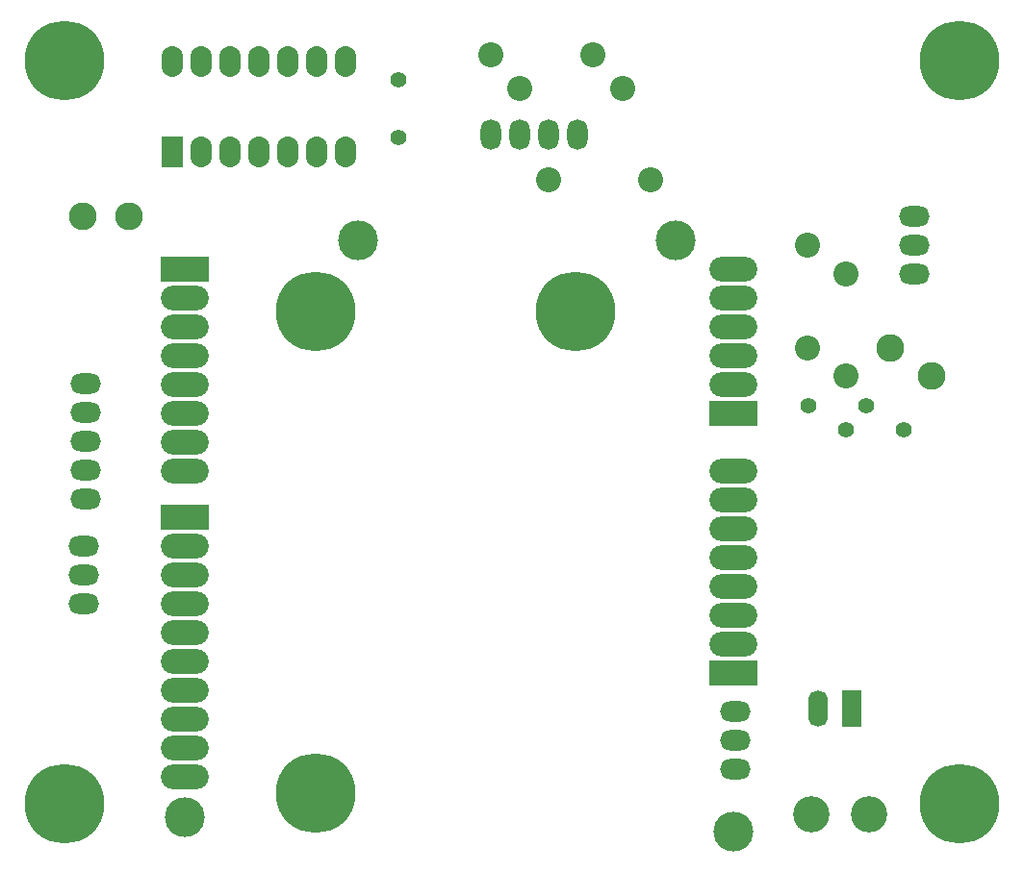
<source format=gbr>
%TF.GenerationSoftware,Altium Limited,Altium Designer,24.6.1 (21)*%
G04 Layer_Color=16711935*
%FSLAX45Y45*%
%MOMM*%
%TF.SameCoordinates,00C5B58C-7B9D-40F4-BCB4-C120E55E61B4*%
%TF.FilePolarity,Negative*%
%TF.FileFunction,Soldermask,Bot*%
%TF.Part,Single*%
G01*
G75*
%TA.AperFunction,ComponentPad*%
%ADD23C,7.00000*%
%ADD29O,1.80320X2.70320*%
%ADD30O,2.70320X1.80320*%
%ADD31C,1.40320*%
%ADD32O,4.20320X2.20320*%
%ADD33R,4.20320X2.20320*%
%ADD34C,3.50320*%
%ADD35C,2.45320*%
%ADD36C,2.20320*%
%ADD37R,1.87920X2.70320*%
%ADD38O,1.87920X2.70320*%
%ADD39C,3.20320*%
%ADD40R,1.70320X3.20320*%
%ADD41O,1.70320X3.20320*%
D23*
X5193801Y7308802D02*
D03*
X7479801D02*
D03*
X5193801Y3063202D02*
D03*
X2980000Y2970000D02*
D03*
X10860000D02*
D03*
Y9520000D02*
D03*
X2980000D02*
D03*
D29*
X6732000Y8870000D02*
D03*
X6986000D02*
D03*
X7240000D02*
D03*
X7494000D02*
D03*
D30*
X10460000Y7636000D02*
D03*
Y7890000D02*
D03*
Y8144000D02*
D03*
X8887500Y3281000D02*
D03*
Y3535000D02*
D03*
Y3789000D02*
D03*
X3150000Y5244000D02*
D03*
Y4990000D02*
D03*
Y4736000D02*
D03*
X3170000Y5660500D02*
D03*
Y5914500D02*
D03*
Y6168500D02*
D03*
Y6422500D02*
D03*
Y6676500D02*
D03*
D31*
X10035500Y6477500D02*
D03*
X9527500D02*
D03*
X10368000Y6270000D02*
D03*
X9860000D02*
D03*
X5920000Y8840000D02*
D03*
Y9348000D02*
D03*
D32*
X8864600Y4889500D02*
D03*
Y5143500D02*
D03*
Y6667500D02*
D03*
Y6921500D02*
D03*
Y7175500D02*
D03*
Y7429500D02*
D03*
Y7683500D02*
D03*
X4038600Y3721100D02*
D03*
Y7429500D02*
D03*
Y7175500D02*
D03*
Y6921500D02*
D03*
Y6667500D02*
D03*
Y6413500D02*
D03*
Y6159500D02*
D03*
Y5905500D02*
D03*
Y5245100D02*
D03*
Y4991100D02*
D03*
Y4737100D02*
D03*
Y4483100D02*
D03*
Y4229100D02*
D03*
X8864600Y5397500D02*
D03*
Y5651500D02*
D03*
X4038600Y3975100D02*
D03*
X8864600Y4635500D02*
D03*
Y5905500D02*
D03*
X4038600Y3467100D02*
D03*
Y3213100D02*
D03*
X8864600Y4381500D02*
D03*
D33*
Y6413500D02*
D03*
X4038600Y7683500D02*
D03*
Y5499100D02*
D03*
X8864600Y4127500D02*
D03*
D34*
X5562600Y7937500D02*
D03*
X8356600D02*
D03*
X4038600Y2857500D02*
D03*
X8864600Y2730500D02*
D03*
D35*
X10610000Y6740000D02*
D03*
X10250000Y6990000D02*
D03*
X3147500Y8150000D02*
D03*
X3547500D02*
D03*
D36*
X6730000Y9570000D02*
D03*
X7630000D02*
D03*
X6990000Y9270000D02*
D03*
X7890000D02*
D03*
X8140000Y8470000D02*
D03*
X7240000D02*
D03*
X9520000Y7890000D02*
D03*
Y6990000D02*
D03*
X9860000Y7640000D02*
D03*
Y6740000D02*
D03*
D37*
X3928000Y8713000D02*
D03*
D38*
X4182000D02*
D03*
X4436000D02*
D03*
X4690000D02*
D03*
X4944000D02*
D03*
X5198000D02*
D03*
X5452000D02*
D03*
Y9507000D02*
D03*
X5198000D02*
D03*
X4944000D02*
D03*
X4690000D02*
D03*
X4436000D02*
D03*
X4182000D02*
D03*
X3928000D02*
D03*
D39*
X10057900Y2882900D02*
D03*
X9550400D02*
D03*
D40*
X9910000Y3810000D02*
D03*
D41*
X9610000D02*
D03*
%TF.MD5,3c97e01cb331890cf3f66cc8e1c9c951*%
M02*

</source>
